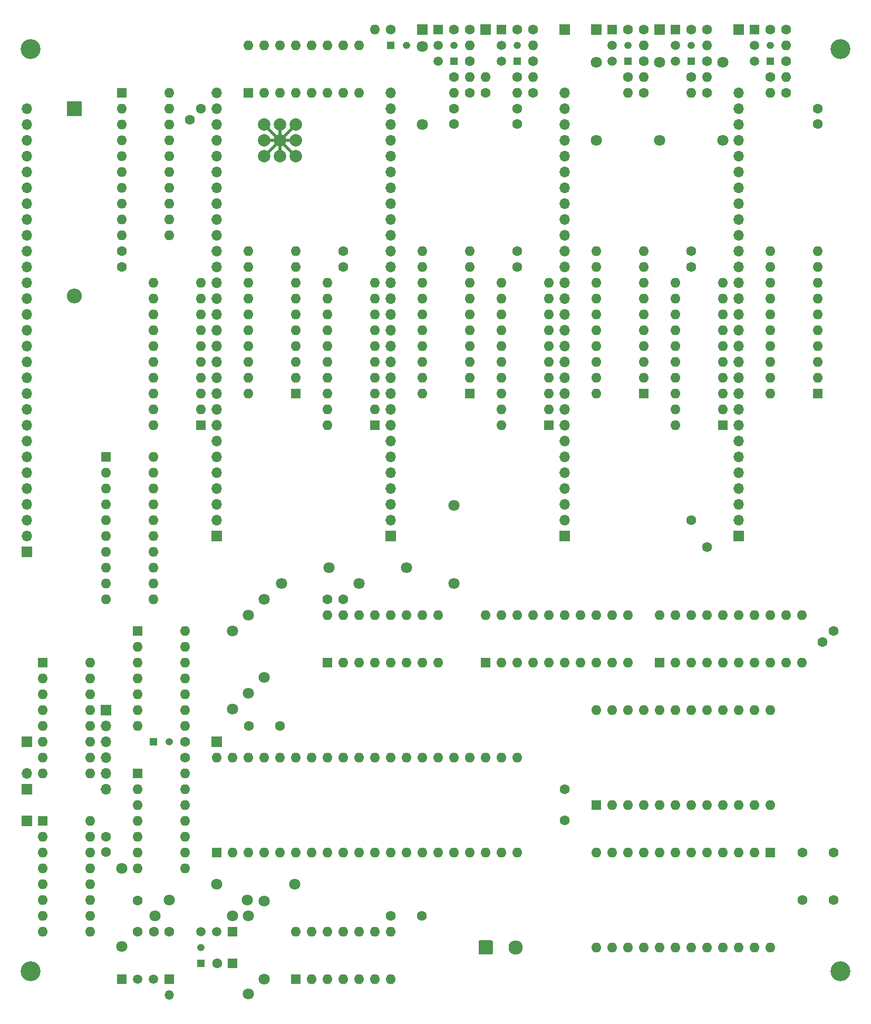
<source format=gbr>
%TF.GenerationSoftware,KiCad,Pcbnew,5.1.10*%
%TF.CreationDate,2021-12-20T20:01:49+01:00*%
%TF.ProjectId,Videoerweiterung,56696465-6f65-4727-9765-69746572756e,1*%
%TF.SameCoordinates,Original*%
%TF.FileFunction,Soldermask,Top*%
%TF.FilePolarity,Negative*%
%FSLAX46Y46*%
G04 Gerber Fmt 4.6, Leading zero omitted, Abs format (unit mm)*
G04 Created by KiCad (PCBNEW 5.1.10) date 2021-12-20 20:01:49*
%MOMM*%
%LPD*%
G01*
G04 APERTURE LIST*
%ADD10O,1.500000X1.500000*%
%ADD11R,1.500000X1.500000*%
%ADD12C,2.000000*%
%ADD13R,0.500000X5.080000*%
%ADD14R,5.080000X0.500000*%
%ADD15C,0.100000*%
%ADD16C,2.300000*%
%ADD17C,1.600000*%
%ADD18O,1.700000X1.700000*%
%ADD19R,1.700000X1.700000*%
%ADD20O,2.400000X2.400000*%
%ADD21R,2.400000X2.400000*%
%ADD22O,1.600000X1.600000*%
%ADD23C,1.500000*%
%ADD24O,1.200000X1.200000*%
%ADD25R,1.200000X1.200000*%
%ADD26R,1.600000X1.600000*%
%ADD27C,3.200000*%
%ADD28C,1.800000*%
G04 APERTURE END LIST*
D10*
%TO.C,VD201*%
X71120000Y-208280000D03*
D11*
X71120000Y-205740000D03*
%TD*%
D12*
%TO.C,LOGO1*%
X88900000Y-71120000D03*
X86360000Y-68580000D03*
X88900000Y-68580000D03*
X91440000Y-68580000D03*
X91440000Y-71120000D03*
X91440000Y-73660000D03*
X88900000Y-73660000D03*
X86360000Y-73660000D03*
X86360000Y-71120000D03*
D13*
X88900000Y-71120000D03*
D14*
X88900000Y-71120000D03*
D15*
G36*
X91198097Y-73771650D02*
G01*
X86248350Y-68821903D01*
X86601903Y-68468350D01*
X91551650Y-73418097D01*
X91198097Y-73771650D01*
G37*
G36*
X91551650Y-68821903D02*
G01*
X86601903Y-73771650D01*
X86248350Y-73418097D01*
X91198097Y-68468350D01*
X91551650Y-68821903D01*
G37*
%TD*%
D16*
%TO.C,X206*%
X126720000Y-200660000D03*
G36*
G01*
X120770000Y-201560001D02*
X120770000Y-199759999D01*
G75*
G02*
X121019999Y-199510000I249999J0D01*
G01*
X122820001Y-199510000D01*
G75*
G02*
X123070000Y-199759999I0J-249999D01*
G01*
X123070000Y-201560001D01*
G75*
G02*
X122820001Y-201810000I-249999J0D01*
G01*
X121019999Y-201810000D01*
G75*
G02*
X120770000Y-201560001I0J249999D01*
G01*
G37*
%TD*%
D17*
%TO.C,C18*%
X111680000Y-195580000D03*
X106680000Y-195580000D03*
%TD*%
%TO.C,C24*%
X68620000Y-198120000D03*
X71120000Y-198120000D03*
%TD*%
D18*
%TO.C,X202*%
X48260000Y-172720000D03*
D19*
X48260000Y-175260000D03*
%TD*%
%TO.C,X205*%
X78740000Y-167640000D03*
%TD*%
D17*
%TO.C,C22*%
X172800000Y-185420000D03*
X177800000Y-185420000D03*
%TD*%
%TO.C,C20*%
X176032233Y-151627767D03*
X177800000Y-149860000D03*
%TD*%
%TO.C,C23*%
X172800000Y-193040000D03*
X177800000Y-193040000D03*
%TD*%
%TO.C,C19*%
X157440000Y-136410127D03*
X154940000Y-132080000D03*
%TD*%
%TO.C,C17*%
X60960000Y-185380000D03*
X60960000Y-182880000D03*
%TD*%
%TO.C,C15*%
X73660000Y-167680000D03*
X73660000Y-170180000D03*
%TD*%
%TO.C,C14*%
X99020000Y-144780000D03*
X96520000Y-144780000D03*
%TD*%
%TO.C,C13*%
X154940000Y-88940000D03*
X154940000Y-91440000D03*
%TD*%
%TO.C,C12*%
X127000000Y-68540000D03*
X127000000Y-66040000D03*
%TD*%
%TO.C,C10*%
X127000000Y-88940000D03*
X127000000Y-91440000D03*
%TD*%
%TO.C,C9*%
X63500000Y-88940000D03*
X63500000Y-91440000D03*
%TD*%
%TO.C,C8*%
X116840000Y-68540000D03*
X116840000Y-66040000D03*
%TD*%
%TO.C,C7*%
X99060000Y-88940000D03*
X99060000Y-91440000D03*
%TD*%
%TO.C,C5*%
X175260000Y-68540000D03*
X175260000Y-66040000D03*
%TD*%
%TO.C,C4*%
X74392233Y-67807767D03*
X76160000Y-66040000D03*
%TD*%
%TO.C,C3*%
X134620000Y-180260000D03*
X134620000Y-175260000D03*
%TD*%
D20*
%TO.C,C2*%
X55880000Y-96120000D03*
D21*
X55880000Y-66040000D03*
%TD*%
D19*
%TO.C,X405*%
X134620000Y-53340000D03*
%TD*%
%TO.C,X404*%
X162560000Y-53340000D03*
%TD*%
%TO.C,X403*%
X149860000Y-53340000D03*
%TD*%
%TO.C,X402*%
X139700000Y-53340000D03*
%TD*%
%TO.C,X401*%
X121920000Y-53340000D03*
%TD*%
%TO.C,X400*%
X111760000Y-53340000D03*
%TD*%
D17*
%TO.C,C202*%
X83900000Y-165100000D03*
X88900000Y-165100000D03*
%TD*%
D22*
%TO.C,R20*%
X121920000Y-60960000D03*
D17*
X121920000Y-63500000D03*
%TD*%
D11*
%TO.C,VT400*%
X114300000Y-53340000D03*
D23*
X114300000Y-58420000D03*
X114300000Y-55880000D03*
%TD*%
D11*
%TO.C,VT404*%
X165100000Y-53340000D03*
D23*
X165100000Y-58420000D03*
X165100000Y-55880000D03*
%TD*%
D11*
%TO.C,VT403*%
X152400000Y-53340000D03*
D23*
X152400000Y-58420000D03*
X152400000Y-55880000D03*
%TD*%
D11*
%TO.C,VT402*%
X142240000Y-53340000D03*
D23*
X142240000Y-58420000D03*
X142240000Y-55880000D03*
%TD*%
D11*
%TO.C,VT401*%
X124460000Y-53340000D03*
D23*
X124460000Y-58420000D03*
X124460000Y-55880000D03*
%TD*%
D11*
%TO.C,VT201*%
X63500000Y-205740000D03*
D23*
X68580000Y-205740000D03*
X66040000Y-205740000D03*
%TD*%
D11*
%TO.C,VT200*%
X81280000Y-198120000D03*
D23*
X76200000Y-198120000D03*
X78740000Y-198120000D03*
%TD*%
D24*
%TO.C,VD405*%
X167640000Y-55920000D03*
D25*
X167640000Y-58420000D03*
%TD*%
D24*
%TO.C,VD404*%
X154940000Y-55920000D03*
D25*
X154940000Y-58420000D03*
%TD*%
D24*
%TO.C,VD403*%
X144780000Y-55920000D03*
D25*
X144780000Y-58420000D03*
%TD*%
D24*
%TO.C,VD402*%
X127000000Y-55920000D03*
D25*
X127000000Y-58420000D03*
%TD*%
D24*
%TO.C,VD401*%
X116840000Y-55920000D03*
D25*
X116840000Y-58420000D03*
%TD*%
D24*
%TO.C,VD400*%
X109180000Y-55880000D03*
D25*
X106680000Y-55880000D03*
%TD*%
D24*
%TO.C,VD202*%
X71080000Y-167640000D03*
D25*
X68580000Y-167640000D03*
%TD*%
D24*
%TO.C,VD200*%
X76200000Y-200700000D03*
D25*
X76200000Y-203200000D03*
%TD*%
D22*
%TO.C,D21*%
X58420000Y-180340000D03*
X50800000Y-198120000D03*
X58420000Y-182880000D03*
X50800000Y-195580000D03*
X58420000Y-185420000D03*
X50800000Y-193040000D03*
X58420000Y-187960000D03*
X50800000Y-190500000D03*
X58420000Y-190500000D03*
X50800000Y-187960000D03*
X58420000Y-193040000D03*
X50800000Y-185420000D03*
X58420000Y-195580000D03*
X50800000Y-182880000D03*
X58420000Y-198120000D03*
D26*
X50800000Y-180340000D03*
%TD*%
D22*
%TO.C,D20*%
X58420000Y-154940000D03*
X50800000Y-172720000D03*
X58420000Y-157480000D03*
X50800000Y-170180000D03*
X58420000Y-160020000D03*
X50800000Y-167640000D03*
X58420000Y-162560000D03*
X50800000Y-165100000D03*
X58420000Y-165100000D03*
X50800000Y-162560000D03*
X58420000Y-167640000D03*
X50800000Y-160020000D03*
X58420000Y-170180000D03*
X50800000Y-157480000D03*
X58420000Y-172720000D03*
D26*
X50800000Y-154940000D03*
%TD*%
D22*
%TO.C,D19*%
X73660000Y-172720000D03*
X66040000Y-187960000D03*
X73660000Y-175260000D03*
X66040000Y-185420000D03*
X73660000Y-177800000D03*
X66040000Y-182880000D03*
X73660000Y-180340000D03*
X66040000Y-180340000D03*
X73660000Y-182880000D03*
X66040000Y-177800000D03*
X73660000Y-185420000D03*
X66040000Y-175260000D03*
X73660000Y-187960000D03*
D26*
X66040000Y-172720000D03*
%TD*%
D22*
%TO.C,D18*%
X73660000Y-149860000D03*
X66040000Y-165100000D03*
X73660000Y-152400000D03*
X66040000Y-162560000D03*
X73660000Y-154940000D03*
X66040000Y-160020000D03*
X73660000Y-157480000D03*
X66040000Y-157480000D03*
X73660000Y-160020000D03*
X66040000Y-154940000D03*
X73660000Y-162560000D03*
X66040000Y-152400000D03*
X73660000Y-165100000D03*
D26*
X66040000Y-149860000D03*
%TD*%
D22*
%TO.C,D17*%
X68580000Y-121920000D03*
X60960000Y-144780000D03*
X68580000Y-124460000D03*
X60960000Y-142240000D03*
X68580000Y-127000000D03*
X60960000Y-139700000D03*
X68580000Y-129540000D03*
X60960000Y-137160000D03*
X68580000Y-132080000D03*
X60960000Y-134620000D03*
X68580000Y-134620000D03*
X60960000Y-132080000D03*
X68580000Y-137160000D03*
X60960000Y-129540000D03*
X68580000Y-139700000D03*
X60960000Y-127000000D03*
X68580000Y-142240000D03*
X60960000Y-124460000D03*
X68580000Y-144780000D03*
D26*
X60960000Y-121920000D03*
%TD*%
D22*
%TO.C,D16*%
X68580000Y-116840000D03*
X76200000Y-93980000D03*
X68580000Y-114300000D03*
X76200000Y-96520000D03*
X68580000Y-111760000D03*
X76200000Y-99060000D03*
X68580000Y-109220000D03*
X76200000Y-101600000D03*
X68580000Y-106680000D03*
X76200000Y-104140000D03*
X68580000Y-104140000D03*
X76200000Y-106680000D03*
X68580000Y-101600000D03*
X76200000Y-109220000D03*
X68580000Y-99060000D03*
X76200000Y-111760000D03*
X68580000Y-96520000D03*
X76200000Y-114300000D03*
X68580000Y-93980000D03*
D26*
X76200000Y-116840000D03*
%TD*%
D22*
%TO.C,D15*%
X71120000Y-63500000D03*
X63500000Y-86360000D03*
X71120000Y-66040000D03*
X63500000Y-83820000D03*
X71120000Y-68580000D03*
X63500000Y-81280000D03*
X71120000Y-71120000D03*
X63500000Y-78740000D03*
X71120000Y-73660000D03*
X63500000Y-76200000D03*
X71120000Y-76200000D03*
X63500000Y-73660000D03*
X71120000Y-78740000D03*
X63500000Y-71120000D03*
X71120000Y-81280000D03*
X63500000Y-68580000D03*
X71120000Y-83820000D03*
X63500000Y-66040000D03*
X71120000Y-86360000D03*
D26*
X63500000Y-63500000D03*
%TD*%
D22*
%TO.C,D14*%
X91440000Y-198120000D03*
X106680000Y-205740000D03*
X93980000Y-198120000D03*
X104140000Y-205740000D03*
X96520000Y-198120000D03*
X101600000Y-205740000D03*
X99060000Y-198120000D03*
X99060000Y-205740000D03*
X101600000Y-198120000D03*
X96520000Y-205740000D03*
X104140000Y-198120000D03*
X93980000Y-205740000D03*
X106680000Y-198120000D03*
D26*
X91440000Y-205740000D03*
%TD*%
D22*
%TO.C,D13*%
X78740000Y-170180000D03*
X127000000Y-185420000D03*
X81280000Y-170180000D03*
X124460000Y-185420000D03*
X83820000Y-170180000D03*
X121920000Y-185420000D03*
X86360000Y-170180000D03*
X119380000Y-185420000D03*
X88900000Y-170180000D03*
X116840000Y-185420000D03*
X91440000Y-170180000D03*
X114300000Y-185420000D03*
X93980000Y-170180000D03*
X111760000Y-185420000D03*
X96520000Y-170180000D03*
X109220000Y-185420000D03*
X99060000Y-170180000D03*
X106680000Y-185420000D03*
X101600000Y-170180000D03*
X104140000Y-185420000D03*
X104140000Y-170180000D03*
X101600000Y-185420000D03*
X106680000Y-170180000D03*
X99060000Y-185420000D03*
X109220000Y-170180000D03*
X96520000Y-185420000D03*
X111760000Y-170180000D03*
X93980000Y-185420000D03*
X114300000Y-170180000D03*
X91440000Y-185420000D03*
X116840000Y-170180000D03*
X88900000Y-185420000D03*
X119380000Y-170180000D03*
X86360000Y-185420000D03*
X121920000Y-170180000D03*
X83820000Y-185420000D03*
X124460000Y-170180000D03*
X81280000Y-185420000D03*
X127000000Y-170180000D03*
D26*
X78740000Y-185420000D03*
%TD*%
D22*
%TO.C,D12*%
X83820000Y-111760000D03*
X91440000Y-88900000D03*
X83820000Y-109220000D03*
X91440000Y-91440000D03*
X83820000Y-106680000D03*
X91440000Y-93980000D03*
X83820000Y-104140000D03*
X91440000Y-96520000D03*
X83820000Y-101600000D03*
X91440000Y-99060000D03*
X83820000Y-99060000D03*
X91440000Y-101600000D03*
X83820000Y-96520000D03*
X91440000Y-104140000D03*
X83820000Y-93980000D03*
X91440000Y-106680000D03*
X83820000Y-91440000D03*
X91440000Y-109220000D03*
X83820000Y-88900000D03*
D26*
X91440000Y-111760000D03*
%TD*%
D22*
%TO.C,D11*%
X96520000Y-116840000D03*
X104140000Y-93980000D03*
X96520000Y-114300000D03*
X104140000Y-96520000D03*
X96520000Y-111760000D03*
X104140000Y-99060000D03*
X96520000Y-109220000D03*
X104140000Y-101600000D03*
X96520000Y-106680000D03*
X104140000Y-104140000D03*
X96520000Y-104140000D03*
X104140000Y-106680000D03*
X96520000Y-101600000D03*
X104140000Y-109220000D03*
X96520000Y-99060000D03*
X104140000Y-111760000D03*
X96520000Y-96520000D03*
X104140000Y-114300000D03*
X96520000Y-93980000D03*
D26*
X104140000Y-116840000D03*
%TD*%
D22*
%TO.C,D10*%
X96520000Y-147320000D03*
X114300000Y-154940000D03*
X99060000Y-147320000D03*
X111760000Y-154940000D03*
X101600000Y-147320000D03*
X109220000Y-154940000D03*
X104140000Y-147320000D03*
X106680000Y-154940000D03*
X106680000Y-147320000D03*
X104140000Y-154940000D03*
X109220000Y-147320000D03*
X101600000Y-154940000D03*
X111760000Y-147320000D03*
X99060000Y-154940000D03*
X114300000Y-147320000D03*
D26*
X96520000Y-154940000D03*
%TD*%
D22*
%TO.C,D9*%
X111760000Y-111760000D03*
X119380000Y-88900000D03*
X111760000Y-109220000D03*
X119380000Y-91440000D03*
X111760000Y-106680000D03*
X119380000Y-93980000D03*
X111760000Y-104140000D03*
X119380000Y-96520000D03*
X111760000Y-101600000D03*
X119380000Y-99060000D03*
X111760000Y-99060000D03*
X119380000Y-101600000D03*
X111760000Y-96520000D03*
X119380000Y-104140000D03*
X111760000Y-93980000D03*
X119380000Y-106680000D03*
X111760000Y-91440000D03*
X119380000Y-109220000D03*
X111760000Y-88900000D03*
D26*
X119380000Y-111760000D03*
%TD*%
D22*
%TO.C,D8*%
X121920000Y-147320000D03*
X144780000Y-154940000D03*
X124460000Y-147320000D03*
X142240000Y-154940000D03*
X127000000Y-147320000D03*
X139700000Y-154940000D03*
X129540000Y-147320000D03*
X137160000Y-154940000D03*
X132080000Y-147320000D03*
X134620000Y-154940000D03*
X134620000Y-147320000D03*
X132080000Y-154940000D03*
X137160000Y-147320000D03*
X129540000Y-154940000D03*
X139700000Y-147320000D03*
X127000000Y-154940000D03*
X142240000Y-147320000D03*
X124460000Y-154940000D03*
X144780000Y-147320000D03*
D26*
X121920000Y-154940000D03*
%TD*%
D22*
%TO.C,D7*%
X124460000Y-116840000D03*
X132080000Y-93980000D03*
X124460000Y-114300000D03*
X132080000Y-96520000D03*
X124460000Y-111760000D03*
X132080000Y-99060000D03*
X124460000Y-109220000D03*
X132080000Y-101600000D03*
X124460000Y-106680000D03*
X132080000Y-104140000D03*
X124460000Y-104140000D03*
X132080000Y-106680000D03*
X124460000Y-101600000D03*
X132080000Y-109220000D03*
X124460000Y-99060000D03*
X132080000Y-111760000D03*
X124460000Y-96520000D03*
X132080000Y-114300000D03*
X124460000Y-93980000D03*
D26*
X132080000Y-116840000D03*
%TD*%
D22*
%TO.C,D6*%
X167640000Y-200660000D03*
X139700000Y-185420000D03*
X165100000Y-200660000D03*
X142240000Y-185420000D03*
X162560000Y-200660000D03*
X144780000Y-185420000D03*
X160020000Y-200660000D03*
X147320000Y-185420000D03*
X157480000Y-200660000D03*
X149860000Y-185420000D03*
X154940000Y-200660000D03*
X152400000Y-185420000D03*
X152400000Y-200660000D03*
X154940000Y-185420000D03*
X149860000Y-200660000D03*
X157480000Y-185420000D03*
X147320000Y-200660000D03*
X160020000Y-185420000D03*
X144780000Y-200660000D03*
X162560000Y-185420000D03*
X142240000Y-200660000D03*
X165100000Y-185420000D03*
X139700000Y-200660000D03*
D26*
X167640000Y-185420000D03*
%TD*%
D22*
%TO.C,D5*%
X139700000Y-162560000D03*
X167640000Y-177800000D03*
X142240000Y-162560000D03*
X165100000Y-177800000D03*
X144780000Y-162560000D03*
X162560000Y-177800000D03*
X147320000Y-162560000D03*
X160020000Y-177800000D03*
X149860000Y-162560000D03*
X157480000Y-177800000D03*
X152400000Y-162560000D03*
X154940000Y-177800000D03*
X154940000Y-162560000D03*
X152400000Y-177800000D03*
X157480000Y-162560000D03*
X149860000Y-177800000D03*
X160020000Y-162560000D03*
X147320000Y-177800000D03*
X162560000Y-162560000D03*
X144780000Y-177800000D03*
X165100000Y-162560000D03*
X142240000Y-177800000D03*
X167640000Y-162560000D03*
D26*
X139700000Y-177800000D03*
%TD*%
D22*
%TO.C,D4*%
X139700000Y-111760000D03*
X147320000Y-88900000D03*
X139700000Y-109220000D03*
X147320000Y-91440000D03*
X139700000Y-106680000D03*
X147320000Y-93980000D03*
X139700000Y-104140000D03*
X147320000Y-96520000D03*
X139700000Y-101600000D03*
X147320000Y-99060000D03*
X139700000Y-99060000D03*
X147320000Y-101600000D03*
X139700000Y-96520000D03*
X147320000Y-104140000D03*
X139700000Y-93980000D03*
X147320000Y-106680000D03*
X139700000Y-91440000D03*
X147320000Y-109220000D03*
X139700000Y-88900000D03*
D26*
X147320000Y-111760000D03*
%TD*%
D22*
%TO.C,D3*%
X152400000Y-116840000D03*
X160020000Y-93980000D03*
X152400000Y-114300000D03*
X160020000Y-96520000D03*
X152400000Y-111760000D03*
X160020000Y-99060000D03*
X152400000Y-109220000D03*
X160020000Y-101600000D03*
X152400000Y-106680000D03*
X160020000Y-104140000D03*
X152400000Y-104140000D03*
X160020000Y-106680000D03*
X152400000Y-101600000D03*
X160020000Y-109220000D03*
X152400000Y-99060000D03*
X160020000Y-111760000D03*
X152400000Y-96520000D03*
X160020000Y-114300000D03*
X152400000Y-93980000D03*
D26*
X160020000Y-116840000D03*
%TD*%
D22*
%TO.C,D2*%
X149860000Y-147320000D03*
X172720000Y-154940000D03*
X152400000Y-147320000D03*
X170180000Y-154940000D03*
X154940000Y-147320000D03*
X167640000Y-154940000D03*
X157480000Y-147320000D03*
X165100000Y-154940000D03*
X160020000Y-147320000D03*
X162560000Y-154940000D03*
X162560000Y-147320000D03*
X160020000Y-154940000D03*
X165100000Y-147320000D03*
X157480000Y-154940000D03*
X167640000Y-147320000D03*
X154940000Y-154940000D03*
X170180000Y-147320000D03*
X152400000Y-154940000D03*
X172720000Y-147320000D03*
D26*
X149860000Y-154940000D03*
%TD*%
D22*
%TO.C,D1*%
X167640000Y-111760000D03*
X175260000Y-88900000D03*
X167640000Y-109220000D03*
X175260000Y-91440000D03*
X167640000Y-106680000D03*
X175260000Y-93980000D03*
X167640000Y-104140000D03*
X175260000Y-96520000D03*
X167640000Y-101600000D03*
X175260000Y-99060000D03*
X167640000Y-99060000D03*
X175260000Y-101600000D03*
X167640000Y-96520000D03*
X175260000Y-104140000D03*
X167640000Y-93980000D03*
X175260000Y-106680000D03*
X167640000Y-91440000D03*
X175260000Y-109220000D03*
X167640000Y-88900000D03*
D26*
X175260000Y-111760000D03*
%TD*%
D22*
%TO.C,D0*%
X83820000Y-55880000D03*
X101600000Y-63500000D03*
X86360000Y-55880000D03*
X99060000Y-63500000D03*
X88900000Y-55880000D03*
X96520000Y-63500000D03*
X91440000Y-55880000D03*
X93980000Y-63500000D03*
X93980000Y-55880000D03*
X91440000Y-63500000D03*
X96520000Y-55880000D03*
X88900000Y-63500000D03*
X99060000Y-55880000D03*
X86360000Y-63500000D03*
X101600000Y-55880000D03*
D26*
X83820000Y-63500000D03*
%TD*%
D27*
%TO.C,H4*%
X178860000Y-204480000D03*
%TD*%
%TO.C,H3*%
X178860000Y-56480000D03*
%TD*%
%TO.C,H2*%
X48860000Y-204480000D03*
%TD*%
%TO.C,H1*%
X48860000Y-56480000D03*
%TD*%
D28*
%TO.C,R211*%
X116840000Y-129740000D03*
X116840000Y-142240000D03*
%TD*%
%TO.C,R210*%
X83820000Y-159820000D03*
X83820000Y-147320000D03*
%TD*%
%TO.C,R209*%
X86360000Y-157280000D03*
X86360000Y-144780000D03*
%TD*%
%TO.C,R208*%
X89100000Y-142240000D03*
X101600000Y-142240000D03*
%TD*%
%TO.C,R207*%
X96720000Y-139700000D03*
X109220000Y-139700000D03*
%TD*%
%TO.C,R206*%
X81280000Y-162360000D03*
X81280000Y-149860000D03*
%TD*%
%TO.C,R205*%
X91240000Y-190500000D03*
X78740000Y-190500000D03*
%TD*%
%TO.C,R204*%
X63500000Y-187960000D03*
X63500000Y-200460000D03*
%TD*%
%TO.C,R203*%
X86360000Y-193240000D03*
X86360000Y-205740000D03*
%TD*%
%TO.C,R202*%
X83820000Y-208080000D03*
X83820000Y-195580000D03*
%TD*%
%TO.C,R201*%
X83620000Y-193040000D03*
X71120000Y-193040000D03*
%TD*%
%TO.C,R200*%
X68780000Y-195580000D03*
X81280000Y-195580000D03*
%TD*%
%TO.C,R25*%
X111760000Y-56080000D03*
X111760000Y-68580000D03*
%TD*%
%TO.C,R15*%
X139700000Y-58620000D03*
X139700000Y-71120000D03*
%TD*%
%TO.C,R10*%
X149860000Y-58620000D03*
X149860000Y-71120000D03*
%TD*%
%TO.C,R5*%
X160020000Y-58620000D03*
X160020000Y-71120000D03*
%TD*%
D18*
%TO.C,X303*%
X134620000Y-63500000D03*
X134620000Y-66040000D03*
X134620000Y-68580000D03*
X134620000Y-71120000D03*
X134620000Y-73660000D03*
X134620000Y-76200000D03*
X134620000Y-78740000D03*
X134620000Y-81280000D03*
X134620000Y-83820000D03*
X134620000Y-86360000D03*
X134620000Y-88900000D03*
X134620000Y-91440000D03*
X134620000Y-93980000D03*
X134620000Y-96520000D03*
X134620000Y-99060000D03*
X134620000Y-101600000D03*
X134620000Y-104140000D03*
X134620000Y-106680000D03*
X134620000Y-109220000D03*
X134620000Y-111760000D03*
X134620000Y-114300000D03*
X134620000Y-116840000D03*
X134620000Y-119380000D03*
X134620000Y-121920000D03*
X134620000Y-124460000D03*
X134620000Y-127000000D03*
X134620000Y-129540000D03*
X134620000Y-132080000D03*
D19*
X134620000Y-134620000D03*
%TD*%
D18*
%TO.C,X302*%
X106680000Y-63500000D03*
X106680000Y-66040000D03*
X106680000Y-68580000D03*
X106680000Y-71120000D03*
X106680000Y-73660000D03*
X106680000Y-76200000D03*
X106680000Y-78740000D03*
X106680000Y-81280000D03*
X106680000Y-83820000D03*
X106680000Y-86360000D03*
X106680000Y-88900000D03*
X106680000Y-91440000D03*
X106680000Y-93980000D03*
X106680000Y-96520000D03*
X106680000Y-99060000D03*
X106680000Y-101600000D03*
X106680000Y-104140000D03*
X106680000Y-106680000D03*
X106680000Y-109220000D03*
X106680000Y-111760000D03*
X106680000Y-114300000D03*
X106680000Y-116840000D03*
X106680000Y-119380000D03*
X106680000Y-121920000D03*
X106680000Y-124460000D03*
X106680000Y-127000000D03*
X106680000Y-129540000D03*
X106680000Y-132080000D03*
D19*
X106680000Y-134620000D03*
%TD*%
D18*
%TO.C,X301*%
X162560000Y-63500000D03*
X162560000Y-66040000D03*
X162560000Y-68580000D03*
X162560000Y-71120000D03*
X162560000Y-73660000D03*
X162560000Y-76200000D03*
X162560000Y-78740000D03*
X162560000Y-81280000D03*
X162560000Y-83820000D03*
X162560000Y-86360000D03*
X162560000Y-88900000D03*
X162560000Y-91440000D03*
X162560000Y-93980000D03*
X162560000Y-96520000D03*
X162560000Y-99060000D03*
X162560000Y-101600000D03*
X162560000Y-104140000D03*
X162560000Y-106680000D03*
X162560000Y-109220000D03*
X162560000Y-111760000D03*
X162560000Y-114300000D03*
X162560000Y-116840000D03*
X162560000Y-119380000D03*
X162560000Y-121920000D03*
X162560000Y-124460000D03*
X162560000Y-127000000D03*
X162560000Y-129540000D03*
X162560000Y-132080000D03*
D19*
X162560000Y-134620000D03*
%TD*%
D18*
%TO.C,X300*%
X78740000Y-63500000D03*
X78740000Y-66040000D03*
X78740000Y-68580000D03*
X78740000Y-71120000D03*
X78740000Y-73660000D03*
X78740000Y-76200000D03*
X78740000Y-78740000D03*
X78740000Y-81280000D03*
X78740000Y-83820000D03*
X78740000Y-86360000D03*
X78740000Y-88900000D03*
X78740000Y-91440000D03*
X78740000Y-93980000D03*
X78740000Y-96520000D03*
X78740000Y-99060000D03*
X78740000Y-101600000D03*
X78740000Y-104140000D03*
X78740000Y-106680000D03*
X78740000Y-109220000D03*
X78740000Y-111760000D03*
X78740000Y-114300000D03*
X78740000Y-116840000D03*
X78740000Y-119380000D03*
X78740000Y-121920000D03*
X78740000Y-124460000D03*
X78740000Y-127000000D03*
X78740000Y-129540000D03*
X78740000Y-132080000D03*
D19*
X78740000Y-134620000D03*
%TD*%
%TO.C,X204*%
X48260000Y-167640000D03*
%TD*%
D18*
%TO.C,X203*%
X60960000Y-175260000D03*
X60960000Y-172720000D03*
X60960000Y-170180000D03*
X60960000Y-167640000D03*
X60960000Y-165100000D03*
D19*
X60960000Y-162560000D03*
%TD*%
%TO.C,X201*%
X48260000Y-180340000D03*
%TD*%
D18*
%TO.C,X200*%
X48260000Y-66040000D03*
X48260000Y-68580000D03*
X48260000Y-71120000D03*
X48260000Y-73660000D03*
X48260000Y-76200000D03*
X48260000Y-78740000D03*
X48260000Y-81280000D03*
X48260000Y-83820000D03*
X48260000Y-86360000D03*
X48260000Y-88900000D03*
X48260000Y-91440000D03*
X48260000Y-93980000D03*
X48260000Y-96520000D03*
X48260000Y-99060000D03*
X48260000Y-101600000D03*
X48260000Y-104140000D03*
X48260000Y-106680000D03*
X48260000Y-109220000D03*
X48260000Y-111760000D03*
X48260000Y-114300000D03*
X48260000Y-116840000D03*
X48260000Y-119380000D03*
X48260000Y-121920000D03*
X48260000Y-124460000D03*
X48260000Y-127000000D03*
X48260000Y-129540000D03*
X48260000Y-132080000D03*
X48260000Y-134620000D03*
D19*
X48260000Y-137160000D03*
%TD*%
D22*
%TO.C,R26*%
X104140000Y-53340000D03*
D17*
X106680000Y-53340000D03*
%TD*%
D22*
%TO.C,R24*%
X116840000Y-63500000D03*
D17*
X116840000Y-60960000D03*
%TD*%
D22*
%TO.C,R23*%
X119380000Y-60960000D03*
D17*
X119380000Y-63500000D03*
%TD*%
D22*
%TO.C,R22*%
X119380000Y-55880000D03*
D17*
X119380000Y-58420000D03*
%TD*%
D22*
%TO.C,R19*%
X127000000Y-63500000D03*
D17*
X127000000Y-60960000D03*
%TD*%
D22*
%TO.C,R18*%
X129540000Y-60960000D03*
D17*
X129540000Y-63500000D03*
%TD*%
D22*
%TO.C,R17*%
X129540000Y-55880000D03*
D17*
X129540000Y-58420000D03*
%TD*%
D22*
%TO.C,R14*%
X144780000Y-63500000D03*
D17*
X144780000Y-60960000D03*
%TD*%
D22*
%TO.C,R13*%
X147320000Y-60960000D03*
D17*
X147320000Y-63500000D03*
%TD*%
D22*
%TO.C,R12*%
X147320000Y-55880000D03*
D17*
X147320000Y-58420000D03*
%TD*%
D22*
%TO.C,R9*%
X154940000Y-63500000D03*
D17*
X154940000Y-60960000D03*
%TD*%
D22*
%TO.C,R8*%
X157480000Y-60960000D03*
D17*
X157480000Y-63500000D03*
%TD*%
D22*
%TO.C,R7*%
X157480000Y-55880000D03*
D17*
X157480000Y-58420000D03*
%TD*%
D22*
%TO.C,R4*%
X167640000Y-63500000D03*
D17*
X167640000Y-60960000D03*
%TD*%
D22*
%TO.C,R3*%
X170180000Y-60960000D03*
D17*
X170180000Y-63500000D03*
%TD*%
D22*
%TO.C,R2*%
X170180000Y-55880000D03*
D17*
X170180000Y-58420000D03*
%TD*%
%TO.C,C201*%
X78780000Y-203200000D03*
D26*
X81280000Y-203200000D03*
%TD*%
D17*
%TO.C,C200*%
X66040000Y-193120000D03*
X66040000Y-198120000D03*
%TD*%
%TO.C,C21*%
X119340000Y-53340000D03*
X116840000Y-53340000D03*
%TD*%
%TO.C,C16*%
X129500000Y-53340000D03*
X127000000Y-53340000D03*
%TD*%
%TO.C,C11*%
X147280000Y-53340000D03*
X144780000Y-53340000D03*
%TD*%
%TO.C,C6*%
X157440000Y-53340000D03*
X154940000Y-53340000D03*
%TD*%
%TO.C,C1*%
X170140000Y-53340000D03*
X167640000Y-53340000D03*
%TD*%
M02*

</source>
